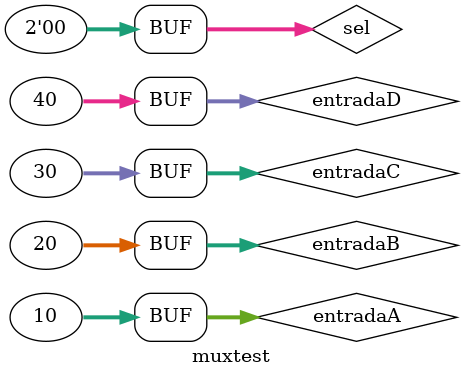
<source format=v>
`timescale 1ns / 1ps


module muxtest;

	// Inputs
	reg [1:0] sel;
	reg [31:0] entradaA;
	reg [31:0] entradaB;
	reg [31:0] entradaC;
	reg [31:0] entradaD;

	// Outputs
	wire [31:0] salida;

	// Instantiate the Unit Under Test (UUT)
	Mux32bits4entradas uut (
		.sel(sel), 
		.entradaA(entradaA), 
		.entradaB(entradaB), 
		.entradaC(entradaC), 
		.entradaD(entradaD), 
		.salida(salida)
	);

	initial begin
		// Initialize Inputs
		sel = 0;
		entradaA = 10;
		entradaB = 20;
		entradaC = 30;
		entradaD = 40;

		// Wait 100 ns for global reset to finish
		#10;
		#5 sel = 1;
		#5 sel = 2;
		#5 sel = 3;
		#5 sel = 4;
        
		// Add stimulus here

	end
      
endmodule


</source>
